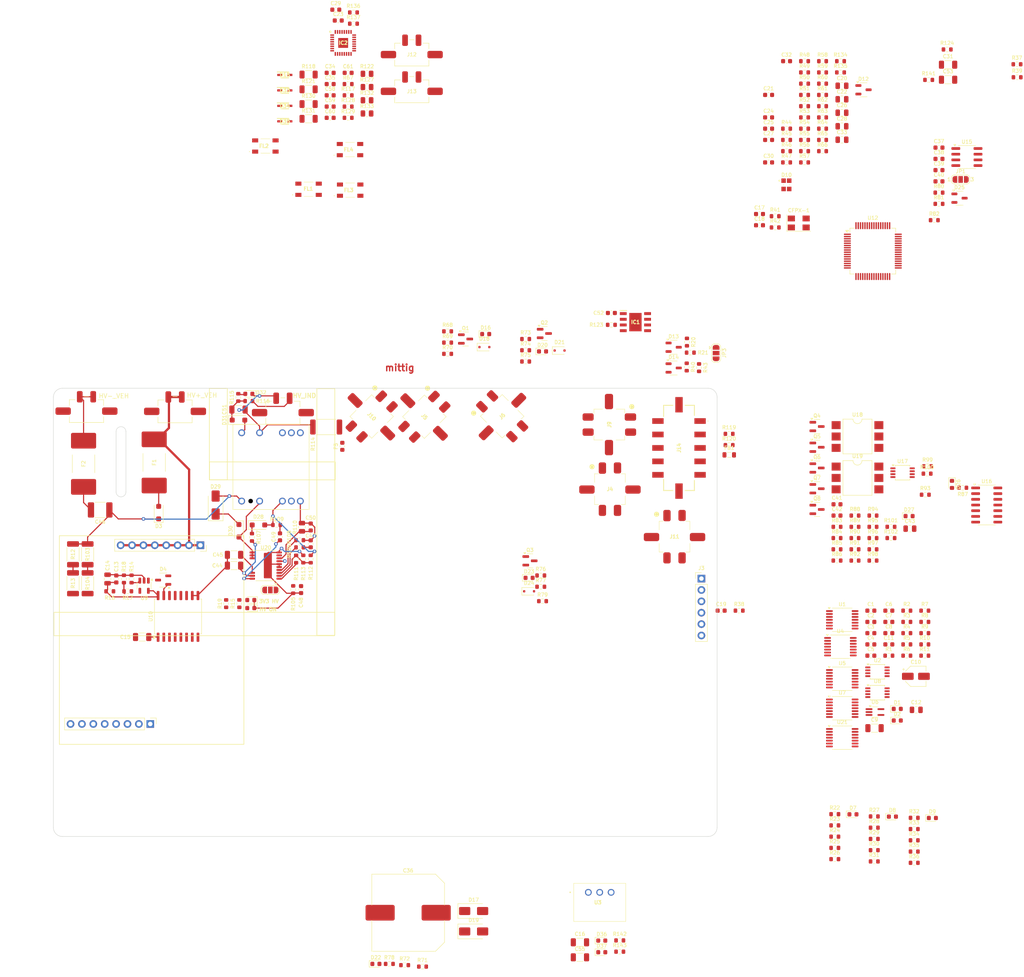
<source format=kicad_pcb>
(kicad_pcb
	(version 20240108)
	(generator "pcbnew")
	(generator_version "8.0")
	(general
		(thickness 1.6)
		(legacy_teardrops no)
	)
	(paper "A4")
	(layers
		(0 "F.Cu" signal)
		(1 "In1.Cu" signal)
		(2 "In2.Cu" signal)
		(31 "B.Cu" signal)
		(32 "B.Adhes" user "B.Adhesive")
		(33 "F.Adhes" user "F.Adhesive")
		(34 "B.Paste" user)
		(35 "F.Paste" user)
		(36 "B.SilkS" user "B.Silkscreen")
		(37 "F.SilkS" user "F.Silkscreen")
		(38 "B.Mask" user)
		(39 "F.Mask" user)
		(40 "Dwgs.User" user "User.Drawings")
		(41 "Cmts.User" user "User.Comments")
		(42 "Eco1.User" user "User.Eco1")
		(43 "Eco2.User" user "User.Eco2")
		(44 "Edge.Cuts" user)
		(45 "Margin" user)
		(46 "B.CrtYd" user "B.Courtyard")
		(47 "F.CrtYd" user "F.Courtyard")
		(48 "B.Fab" user)
		(49 "F.Fab" user)
		(50 "User.1" user)
		(51 "User.2" user)
		(52 "User.3" user)
		(53 "User.4" user)
		(54 "User.5" user)
		(55 "User.6" user)
		(56 "User.7" user)
		(57 "User.8" user)
		(58 "User.9" user)
	)
	(setup
		(stackup
			(layer "F.SilkS"
				(type "Top Silk Screen")
			)
			(layer "F.Paste"
				(type "Top Solder Paste")
			)
			(layer "F.Mask"
				(type "Top Solder Mask")
				(thickness 0.01)
			)
			(layer "F.Cu"
				(type "copper")
				(thickness 0.035)
			)
			(layer "dielectric 1"
				(type "prepreg")
				(thickness 0.1)
				(material "FR4")
				(epsilon_r 4.5)
				(loss_tangent 0.02)
			)
			(layer "In1.Cu"
				(type "copper")
				(thickness 0.035)
			)
			(layer "dielectric 2"
				(type "core")
				(thickness 1.24)
				(material "FR4")
				(epsilon_r 4.5)
				(loss_tangent 0.02)
			)
			(layer "In2.Cu"
				(type "copper")
				(thickness 0.035)
			)
			(layer "dielectric 3"
				(type "prepreg")
				(thickness 0.1)
				(material "FR4")
				(epsilon_r 4.5)
				(loss_tangent 0.02)
			)
			(layer "B.Cu"
				(type "copper")
				(thickness 0.035)
			)
			(layer "B.Mask"
				(type "Bottom Solder Mask")
				(thickness 0.01)
			)
			(layer "B.Paste"
				(type "Bottom Solder Paste")
			)
			(layer "B.SilkS"
				(type "Bottom Silk Screen")
			)
			(copper_finish "None")
			(dielectric_constraints no)
		)
		(pad_to_mask_clearance 0)
		(allow_soldermask_bridges_in_footprints no)
		(pcbplotparams
			(layerselection 0x00010fc_ffffffff)
			(plot_on_all_layers_selection 0x0000000_00000000)
			(disableapertmacros no)
			(usegerberextensions no)
			(usegerberattributes yes)
			(usegerberadvancedattributes yes)
			(creategerberjobfile yes)
			(dashed_line_dash_ratio 12.000000)
			(dashed_line_gap_ratio 3.000000)
			(svgprecision 4)
			(plotframeref no)
			(viasonmask no)
			(mode 1)
			(useauxorigin no)
			(hpglpennumber 1)
			(hpglpenspeed 20)
			(hpglpendiameter 15.000000)
			(pdf_front_fp_property_popups yes)
			(pdf_back_fp_property_popups yes)
			(dxfpolygonmode yes)
			(dxfimperialunits yes)
			(dxfusepcbnewfont yes)
			(psnegative no)
			(psa4output no)
			(plotreference yes)
			(plotvalue yes)
			(plotfptext yes)
			(plotinvisibletext no)
			(sketchpadsonfab no)
			(subtractmaskfromsilk no)
			(outputformat 1)
			(mirror no)
			(drillshape 1)
			(scaleselection 1)
			(outputdirectory "")
		)
	)
	(net 0 "")
	(net 1 "GND")
	(net 2 "+3V3")
	(net 3 "Net-(U8-~{PRE})")
	(net 4 "Net-(U8-~{CLR})")
	(net 5 "/TSAL/HV_Active_Detection/3V3_HV")
	(net 6 "HV-_Vehicle_Side")
	(net 7 "Net-(C17-Pad2)")
	(net 8 "/MCU/RCC_OSC_OUT")
	(net 9 "/MCU/NRST")
	(net 10 "Net-(C26-Pad2)")
	(net 11 "Net-(C28-Pad2)")
	(net 12 "Net-(J10-Pin_4)")
	(net 13 "/MCU/LV_I_measure")
	(net 14 "/CAN_Transceiver/CarCAN_HIGH")
	(net 15 "/CAN_Transceiver/V_{ref}")
	(net 16 "Net-(Q8-G)")
	(net 17 "Net-(JP2-B)")
	(net 18 "Net-(U20-INTVcc)")
	(net 19 "HV+_Vehicle_Side_Fused")
	(net 20 "Net-(C47-Pad1)")
	(net 21 "/HV_Indicator/ENABLE")
	(net 22 "Net-(C49-Pad1)")
	(net 23 "Net-(U20-DCM)")
	(net 24 "Net-(U20-SOURCE)")
	(net 25 "Net-(D32-K)")
	(net 26 "Net-(D31-K)")
	(net 27 "Net-(D1-A)")
	(net 28 "Net-(D2-A)")
	(net 29 "/TSAL/HV_Active_Detection/HV_1")
	(net 30 "Net-(D4-K)")
	(net 31 "Net-(D5-A)")
	(net 32 "Net-(D6-A)")
	(net 33 "/MCU/Precharge_Closed")
	(net 34 "Net-(D7-A)")
	(net 35 "Net-(D8-A)")
	(net 36 "/MCU/AIR+_Closed")
	(net 37 "Net-(D9-A)")
	(net 38 "/MCU/AIR-_Closed")
	(net 39 "Net-(D19-A)")
	(net 40 "Net-(D16-A)")
	(net 41 "/Relay_Driver/Relay_2")
	(net 42 "/Relay_Driver/Relay_1")
	(net 43 "/Relay_0")
	(net 44 "/MCU/TEMP_TSDCDC")
	(net 45 "/Relay_Driver/Relay_3")
	(net 46 "Net-(D20-A)")
	(net 47 "Net-(D22-A)")
	(net 48 "Net-(D23-A)")
	(net 49 "/Relay_Driver/Relay_4")
	(net 50 "Net-(D26-A)")
	(net 51 "Net-(D27-A)")
	(net 52 "Net-(D28-K)")
	(net 53 "Net-(D28-A)")
	(net 54 "Net-(D29-A1)")
	(net 55 "Net-(D30-A)")
	(net 56 "Net-(D31-A)")
	(net 57 "Net-(D32-A)")
	(net 58 "/CAN_Transceiver/CarCAN_LOW")
	(net 59 "/IO/IMD_M")
	(net 60 "+24V")
	(net 61 "Net-(J14-Pin_2)")
	(net 62 "unconnected-(IC1-IS-Pad4)")
	(net 63 "Net-(IC1-DEN)")
	(net 64 "unconnected-(IC1-NC-Pad5)")
	(net 65 "/IO/IMD_Power")
	(net 66 "/TSAL/HV_Active_Detection/HV_0")
	(net 67 "Net-(U12-PB15)")
	(net 68 "/IO/TSAL_GREEN")
	(net 69 "/MCU/~{AMS_ERROR_LED}")
	(net 70 "/MCU/~{IMD_ERROR_LED}")
	(net 71 "Net-(J14-Pin_3)")
	(net 72 "Net-(J14-Pin_5)")
	(net 73 "/MCU/Trace_SWO")
	(net 74 "/MCU/SWDIO_1")
	(net 75 "/MCU/SWCLK_1")
	(net 76 "Net-(JP1-C)")
	(net 77 "Net-(JP2-C)")
	(net 78 "Net-(JP3-C)")
	(net 79 "Net-(Q1-G)")
	(net 80 "Net-(Q2-G)")
	(net 81 "Net-(Q3-G)")
	(net 82 "/SDC_Latching/~{AMS_Error}")
	(net 83 "Net-(Q4-D)")
	(net 84 "/SDC_Latching/~{IMD_Error}")
	(net 85 "Net-(Q5-D)")
	(net 86 "Net-(Q6-G)")
	(net 87 "Net-(Q6-D)")
	(net 88 "Net-(Q7-D)")
	(net 89 "Net-(Q7-G)")
	(net 90 "Net-(Q8-D)")
	(net 91 "Net-(Q8-S)")
	(net 92 "/TSAL/Comp_Ref_Low")
	(net 93 "/TSAL/Comp_Ref_Closed")
	(net 94 "/TSAL/Relay_State_Detection/~{Short}")
	(net 95 "/TSAL/~{TS_Error}")
	(net 96 "Net-(U8-C)")
	(net 97 "/MCU/TS_Error")
	(net 98 "Net-(R12-Pad2)")
	(net 99 "Net-(U9--)")
	(net 100 "Net-(R17-Pad2)")
	(net 101 "Net-(U10-IND)")
	(net 102 "/Relay_Driver/aux_out0")
	(net 103 "/Relay_Driver/aux_in0")
	(net 104 "/Relay_Driver/aux_out1")
	(net 105 "/Relay_Driver/aux_in1")
	(net 106 "/Relay_Driver/aux_out2")
	(net 107 "/Relay_Driver/aux_in2")
	(net 108 "/MCU/SDC_closed")
	(net 109 "Net-(U12-PC9)")
	(net 110 "Net-(U12-BOOT0)")
	(net 111 "/MCU/Status_LED_R")
	(net 112 "Net-(D37-A)")
	(net 113 "/MCU/Status_LED_G")
	(net 114 "Net-(U12-PC2)")
	(net 115 "/MCU/Status_LED_B")
	(net 116 "Net-(U12-PA3)")
	(net 117 "Net-(U12-PA7)")
	(net 118 "Net-(U12-PB0)")
	(net 119 "Net-(U12-PA2)")
	(net 120 "Net-(U12-PA6)")
	(net 121 "Net-(U12-PA14)")
	(net 122 "Net-(U12-PA1)")
	(net 123 "/MCU/HV_Active")
	(net 124 "Net-(U12-PA13)")
	(net 125 "Net-(U12-PA0)")
	(net 126 "/MCU/AIR+_Control")
	(net 127 "/MCU/AIR-_Control")
	(net 128 "/MCU/Precharge_Control")
	(net 129 "Net-(U15-Rs)")
	(net 130 "Net-(U16A-C)")
	(net 131 "Net-(U16B-C)")
	(net 132 "Net-(U16A-Q)")
	(net 133 "Net-(U16B-Q)")
	(net 134 "Net-(U16A-~{Q})")
	(net 135 "Net-(U16B-~{Q})")
	(net 136 "Net-(R95-Pad2)")
	(net 137 "Net-(R96-Pad2)")
	(net 138 "/SDC_Latching/Reset_Signal")
	(net 139 "Net-(R103-Pad2)")
	(net 140 "Net-(U20-Vc)")
	(net 141 "Net-(U20-IREG{slash}SS)")
	(net 142 "Net-(U20-TC)")
	(net 143 "Net-(U20-FB)")
	(net 144 "Net-(J8-Pin_2)")
	(net 145 "/TSAL/Mismatch_Relay_2")
	(net 146 "/TSAL/Mismatch_Relay_1")
	(net 147 "Net-(U1-Pad11)")
	(net 148 "/TSAL/AIRs_Closed")
	(net 149 "/TSAL/Mismatch_Relay_3")
	(net 150 "/TSAL/HV_Inactive")
	(net 151 "/TSAL/TS_OK")
	(net 152 "Net-(U2-Pad1)")
	(net 153 "/TSAL/Relay_Mismatch")
	(net 154 "unconnected-(U5-Pad14)")
	(net 155 "unconnected-(U5-Pad13)")
	(net 156 "/TSAL/HV_Mismatch")
	(net 157 "unconnected-(U10-OUTA-Pad14)")
	(net 158 "unconnected-(U10-INB-Pad4)")
	(net 159 "unconnected-(U10-INC-Pad12)")
	(net 160 "unconnected-(U10-INA-Pad3)")
	(net 161 "unconnected-(U10-OUTB-Pad13)")
	(net 162 "unconnected-(U10-OUTC-Pad5)")
	(net 163 "unconnected-(U10-NC-Pad7)")
	(net 164 "unconnected-(U12-PD2-Pad54)")
	(net 165 "unconnected-(U12-PC10-Pad51)")
	(net 166 "unconnected-(U12-PC12-Pad53)")
	(net 167 "/TSAL/HV_Active_Detection/-HV_1")
	(net 168 "Net-(FL1-Pad4)")
	(net 169 "Net-(FL1-Pad3)")
	(net 170 "unconnected-(U12-PC14-Pad3)")
	(net 171 "Net-(FL1-Pad2)")
	(net 172 "unconnected-(U12-PC11-Pad52)")
	(net 173 "Net-(FL1-Pad1)")
	(net 174 "Net-(FL2-Pad4)")
	(net 175 "Net-(FL2-Pad2)")
	(net 176 "unconnected-(U12-PC13-Pad2)")
	(net 177 "unconnected-(U12-PC15-Pad4)")
	(net 178 "Net-(FL2-Pad3)")
	(net 179 "/IO/IMD_VCC")
	(net 180 "/SDC_Latching/IMD_Latch_Reset")
	(net 181 "/SDC_Latching/AMS_Latch_Reset")
	(net 182 "/SDC_Latching/SDC_1")
	(net 183 "unconnected-(U18-Pad3)")
	(net 184 "Net-(U18-Pad5)")
	(net 185 "/IO/SDC_OUT")
	(net 186 "unconnected-(U19-Pad3)")
	(net 187 "/TSAL/Relay_Connection_Error")
	(net 188 "/IO/Reset_Button_Out")
	(net 189 "/CAN_Transceiver/CarCAN_RX")
	(net 190 "Net-(FL2-Pad1)")
	(net 191 "Net-(J12-Pin_1)")
	(net 192 "/CAN_Transceiver/CarCAN_TX")
	(net 193 "Net-(J12-Pin_2)")
	(net 194 "Net-(J13-Pin_1)")
	(net 195 "Net-(J13-Pin_2)")
	(net 196 "/MCU/WAKE2")
	(net 197 "/MCU/MSTR1")
	(net 198 "/MCU/SPI1_MISO")
	(net 199 "/MCU/SPI1_SCK")
	(net 200 "/MCU/WAKE1")
	(net 201 "/MCU/INTR1")
	(net 202 "/MCU/IMB")
	(net 203 "Net-(IC2-XCVRMD2)")
	(net 204 "Net-(IC2-XCVRMD)")
	(net 205 "/MCU/SPI2_SCK")
	(net 206 "/MCU/SPI1_NSS")
	(net 207 "/MCU/IPB")
	(net 208 "/MCU/MSTR2")
	(net 209 "/MCU/IPA")
	(net 210 "/MCU/INTR2")
	(net 211 "/MCU/SPI2_MISO")
	(net 212 "/MCU/SPI1_MOSI")
	(net 213 "/MCU/SPI2_NSS")
	(net 214 "/MCU/SPI2_MOSI")
	(net 215 "/MCU/IMA")
	(net 216 "Net-(J9-Pin_4)")
	(net 217 "Net-(J9-Pin_3)")
	(net 218 "/MCU/RCC_OSC_IN")
	(net 219 "Net-(U12-PC3)")
	(net 220 "Net-(U12-PA5)")
	(net 221 "Net-(U12-PC4)")
	(net 222 "Net-(U12-PB4)")
	(net 223 "Net-(U12-PC5)")
	(net 224 "Net-(U12-PA4)")
	(net 225 "Net-(U12-PB12)")
	(net 226 "Net-(U12-PB14)")
	(net 227 "Net-(U12-PA12)")
	(net 228 "Net-(U12-PB5)")
	(net 229 "Net-(C58-Pad1)")
	(net 230 "Net-(C61-Pad1)")
	(net 231 "Net-(D15-A2)")
	(net 232 "Net-(D34-A2)")
	(net 233 "unconnected-(U20-N.C.-Pad19)")
	(net 234 "Net-(U12-PA15)")
	(net 235 "Net-(D33-A2)")
	(net 236 "Net-(D35-A2)")
	(net 237 "/MCU/AMS_NERROR")
	(net 238 "Net-(D36-A)")
	(footprint "Resistor_SMD:R_1206_3216Metric" (layer "F.Cu") (at 108.13 -24.7075))
	(footprint "FaSTTUBe_connectors:Micro_Mate-N-Lok_2x2p_vertical" (layer "F.Cu") (at 151.3 44.95 -135))
	(footprint "Resistor_SMD:R_0603_1608Metric" (layer "F.Cu") (at 175.65 24.55))
	(footprint "Resistor_SMD:R_0805_2012Metric" (layer "F.Cu") (at 121.16 -28.5075))
	(footprint "Capacitor_SMD:C_1206_3216Metric" (layer "F.Cu") (at 250.73 -33.4875))
	(footprint "Resistor_SMD:R_0603_1608Metric" (layer "F.Cu") (at 116.95 -29.1675))
	(footprint "Capacitor_SMD:C_0603_1608Metric" (layer "F.Cu") (at 248.7 -12.4775))
	(footprint "Resistor_SMD:R_2010_5025Metric" (layer "F.Cu") (at 58.85 82.2 -90))
	(footprint "Package_TO_SOT_SMD:SOT-23" (layer "F.Cu") (at 160.7 26.4825))
	(footprint "MountingHole:MountingHole_4.3mm_M4" (layer "F.Cu") (at 83.05 53 -90))
	(footprint "Master:WCAP-ASLI_16" (layer "F.Cu") (at 130.33 155.7125))
	(footprint "Capacitor_SMD:C_0603_1608Metric" (layer "F.Cu") (at 248.7 -14.9875))
	(footprint "Capacitor_SMD:C_0805_2012Metric" (layer "F.Cu") (at 63.3 81.25 90))
	(footprint "Capacitor_SMD:C_1206_3216Metric" (layer "F.Cu") (at 250.73 -30.1375))
	(footprint "Resistor_SMD:R_0603_1608Metric" (layer "F.Cu") (at 245.65 62.45))
	(footprint "Capacitor_SMD:C_0603_1608Metric" (layer "F.Cu") (at 210.71 -19.2175))
	(footprint "Package_TO_SOT_SMD:SOT-353_SC-70-5_Handsoldering" (layer "F.Cu") (at 234.43 110.9425))
	(footprint "Resistor_SMD:R_0603_1608Metric" (layer "F.Cu") (at 214.72 -19.2175))
	(footprint "FaSTTUBe_connectors:Micro_Mate-N-Lok_2x5p_vertical" (layer "F.Cu") (at 190.73 52.0125 90))
	(footprint "Resistor_SMD:R_0603_1608Metric" (layer "F.Cu") (at 218.73 -21.7275))
	(footprint "Resistor_SMD:R_0603_1608Metric" (layer "F.Cu") (at 156.53 27.7125))
	(footprint "LED_SMD:LED_0603_1608Metric" (layer "F.Cu") (at 95.2375 85.95 180))
	(footprint "Diode_SMD:D_SOD-123F" (layer "F.Cu") (at 92.5 45.8))
	(footprint "Resistor_SMD:R_0603_1608Metric" (layer "F.Cu") (at 243.18 142.0675))
	(footprint "Package_SO:SOIC-14_3.9x8.7mm_P1.27mm" (layer "F.Cu") (at 259.35 64.75))
	(footprint "LED_SMD:LED_0603_1608Metric" (layer "F.Cu") (at 94.8 39.95 180))
	(footprint "Capacitor_SMD:C_1206_3216Metric" (layer "F.Cu") (at 91.5 78.2625))
	(footprint "Resistor_SMD:R_0603_1608Metric" (layer "F.Cu") (at 106.15 74.2))
	(footprint "Capacitor_SMD:C_0805_2012Metric" (layer "F.Cu") (at 242.22 70.0225))
	(footprint "Capacitor_SMD:C_1206_3216Metric" (layer "F.Cu") (at 91.5 75.8625))
	(footprint "Resistor_SMD:R_0603_1608Metric" (layer "F.Cu") (at 237.52 98.3575))
	(footprint "LED_SMD:LED_0603_1608Metric" (layer "F.Cu") (at 95.2375 87.75 180))
	(footprint "Resistor_SMD:R_0603_1608Metric" (layer "F.Cu") (at 218.73 -19.2175))
	(footprint "Capacitor_SMD:C_0603_1608Metric" (layer "F.Cu") (at 225.96 64.5925))
	(footprint "Resistor_SMD:R_0603_1608Metric" (layer "F.Cu") (at 212.18 0.3125))
	(footprint "Resistor_SMD:R_0603_1608Metric" (layer "F.Cu") (at 241.53 93.3375))
	(footprint "Master:SOD2613X114N" (layer "F.Cu") (at 102.825 -31.2075))
	(footprint "Resistor_SMD:R_0603_1608Metric" (layer "F.Cu") (at 234.27 134.2275))
	(footprint "Resistor_SMD:R_0603_1608Metric" (layer "F.Cu") (at 237.99 69.6125))
	(footprint "Package_QFP:LQFP-64_10x10mm_P0.5mm"
		(layer "F.Cu")
		(uuid "1a898b21-7fe1-44f9-b70a-894083c67cbd")
		(at 233.95 8.1)
		(descr "LQFP, 64 Pin (https://www.analog.com/media/en/technical-documentation/data-sheets/ad7606_7606-6_7606-4.pdf), generated with kicad-footprint-generator ipc_gullwing_generator.py")
		(tags "LQFP QFP")
		(property "Reference" "U12"
			(at 0 -7.4 0)
		
... [1308671 chars truncated]
</source>
